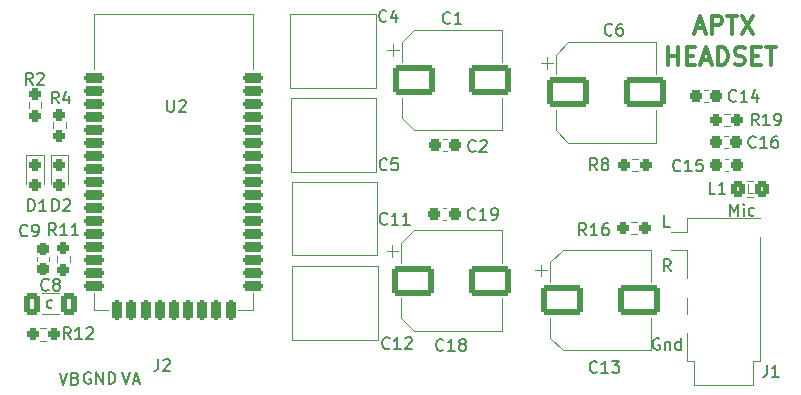
<source format=gto>
G04 #@! TF.GenerationSoftware,KiCad,Pcbnew,6.99.0-unknown-455e330f3b~148~ubuntu20.04.1*
G04 #@! TF.CreationDate,2022-04-21T17:09:55+05:30*
G04 #@! TF.ProjectId,aptx_headset,61707478-5f68-4656-9164-7365742e6b69,rev?*
G04 #@! TF.SameCoordinates,Original*
G04 #@! TF.FileFunction,Legend,Top*
G04 #@! TF.FilePolarity,Positive*
%FSLAX46Y46*%
G04 Gerber Fmt 4.6, Leading zero omitted, Abs format (unit mm)*
G04 Created by KiCad (PCBNEW 6.99.0-unknown-455e330f3b~148~ubuntu20.04.1) date 2022-04-21 17:09:55*
%MOMM*%
%LPD*%
G01*
G04 APERTURE LIST*
G04 Aperture macros list*
%AMRoundRect*
0 Rectangle with rounded corners*
0 $1 Rounding radius*
0 $2 $3 $4 $5 $6 $7 $8 $9 X,Y pos of 4 corners*
0 Add a 4 corners polygon primitive as box body*
4,1,4,$2,$3,$4,$5,$6,$7,$8,$9,$2,$3,0*
0 Add four circle primitives for the rounded corners*
1,1,$1+$1,$2,$3*
1,1,$1+$1,$4,$5*
1,1,$1+$1,$6,$7*
1,1,$1+$1,$8,$9*
0 Add four rect primitives between the rounded corners*
20,1,$1+$1,$2,$3,$4,$5,0*
20,1,$1+$1,$4,$5,$6,$7,0*
20,1,$1+$1,$6,$7,$8,$9,0*
20,1,$1+$1,$8,$9,$2,$3,0*%
G04 Aperture macros list end*
%ADD10C,0.150000*%
%ADD11C,0.300000*%
%ADD12C,0.120000*%
%ADD13R,1.700000X1.700000*%
%ADD14O,1.700000X1.700000*%
%ADD15RoundRect,0.200000X-0.650000X-0.200000X0.650000X-0.200000X0.650000X0.200000X-0.650000X0.200000X0*%
%ADD16RoundRect,0.200000X0.200000X-0.650000X0.200000X0.650000X-0.200000X0.650000X-0.200000X-0.650000X0*%
%ADD17RoundRect,0.200000X0.650000X0.200000X-0.650000X0.200000X-0.650000X-0.200000X0.650000X-0.200000X0*%
%ADD18C,1.500000*%
%ADD19R,2.500000X1.200000*%
%ADD20RoundRect,0.237500X-0.300000X-0.237500X0.300000X-0.237500X0.300000X0.237500X-0.300000X0.237500X0*%
%ADD21RoundRect,0.250000X-0.325000X-0.450000X0.325000X-0.450000X0.325000X0.450000X-0.325000X0.450000X0*%
%ADD22RoundRect,0.250000X-1.500000X-1.000000X1.500000X-1.000000X1.500000X1.000000X-1.500000X1.000000X0*%
%ADD23RoundRect,0.237500X0.237500X-0.250000X0.237500X0.250000X-0.237500X0.250000X-0.237500X-0.250000X0*%
%ADD24RoundRect,0.237500X-0.237500X0.287500X-0.237500X-0.287500X0.237500X-0.287500X0.237500X0.287500X0*%
%ADD25C,1.600000*%
%ADD26RoundRect,0.237500X-0.250000X-0.237500X0.250000X-0.237500X0.250000X0.237500X-0.250000X0.237500X0*%
%ADD27RoundRect,0.237500X0.237500X-0.300000X0.237500X0.300000X-0.237500X0.300000X-0.237500X-0.300000X0*%
%ADD28RoundRect,0.237500X0.300000X0.237500X-0.300000X0.237500X-0.300000X-0.237500X0.300000X-0.237500X0*%
%ADD29RoundRect,0.237500X-0.237500X0.250000X-0.237500X-0.250000X0.237500X-0.250000X0.237500X0.250000X0*%
%ADD30RoundRect,0.250000X-0.412500X-0.650000X0.412500X-0.650000X0.412500X0.650000X-0.412500X0.650000X0*%
%ADD31RoundRect,0.237500X0.250000X0.237500X-0.250000X0.237500X-0.250000X-0.237500X0.250000X-0.237500X0*%
G04 APERTURE END LIST*
D10*
X140457142Y-97050000D02*
X140361904Y-97002380D01*
X140361904Y-97002380D02*
X140219047Y-97002380D01*
X140219047Y-97002380D02*
X140076190Y-97050000D01*
X140076190Y-97050000D02*
X139980952Y-97145238D01*
X139980952Y-97145238D02*
X139933333Y-97240476D01*
X139933333Y-97240476D02*
X139885714Y-97430952D01*
X139885714Y-97430952D02*
X139885714Y-97573809D01*
X139885714Y-97573809D02*
X139933333Y-97764285D01*
X139933333Y-97764285D02*
X139980952Y-97859523D01*
X139980952Y-97859523D02*
X140076190Y-97954761D01*
X140076190Y-97954761D02*
X140219047Y-98002380D01*
X140219047Y-98002380D02*
X140314285Y-98002380D01*
X140314285Y-98002380D02*
X140457142Y-97954761D01*
X140457142Y-97954761D02*
X140504761Y-97907142D01*
X140504761Y-97907142D02*
X140504761Y-97573809D01*
X140504761Y-97573809D02*
X140314285Y-97573809D01*
X140933333Y-97335714D02*
X140933333Y-98002380D01*
X140933333Y-97430952D02*
X140980952Y-97383333D01*
X140980952Y-97383333D02*
X141076190Y-97335714D01*
X141076190Y-97335714D02*
X141219047Y-97335714D01*
X141219047Y-97335714D02*
X141314285Y-97383333D01*
X141314285Y-97383333D02*
X141361904Y-97478571D01*
X141361904Y-97478571D02*
X141361904Y-98002380D01*
X142266666Y-98002380D02*
X142266666Y-97002380D01*
X142266666Y-97954761D02*
X142171428Y-98002380D01*
X142171428Y-98002380D02*
X141980952Y-98002380D01*
X141980952Y-98002380D02*
X141885714Y-97954761D01*
X141885714Y-97954761D02*
X141838095Y-97907142D01*
X141838095Y-97907142D02*
X141790476Y-97811904D01*
X141790476Y-97811904D02*
X141790476Y-97526190D01*
X141790476Y-97526190D02*
X141838095Y-97430952D01*
X141838095Y-97430952D02*
X141885714Y-97383333D01*
X141885714Y-97383333D02*
X141980952Y-97335714D01*
X141980952Y-97335714D02*
X142171428Y-97335714D01*
X142171428Y-97335714D02*
X142266666Y-97383333D01*
X146450000Y-86652380D02*
X146450000Y-85652380D01*
X146450000Y-85652380D02*
X146783333Y-86366666D01*
X146783333Y-86366666D02*
X147116666Y-85652380D01*
X147116666Y-85652380D02*
X147116666Y-86652380D01*
X147592857Y-86652380D02*
X147592857Y-85985714D01*
X147592857Y-85652380D02*
X147545238Y-85700000D01*
X147545238Y-85700000D02*
X147592857Y-85747619D01*
X147592857Y-85747619D02*
X147640476Y-85700000D01*
X147640476Y-85700000D02*
X147592857Y-85652380D01*
X147592857Y-85652380D02*
X147592857Y-85747619D01*
X148497618Y-86604761D02*
X148402380Y-86652380D01*
X148402380Y-86652380D02*
X148211904Y-86652380D01*
X148211904Y-86652380D02*
X148116666Y-86604761D01*
X148116666Y-86604761D02*
X148069047Y-86557142D01*
X148069047Y-86557142D02*
X148021428Y-86461904D01*
X148021428Y-86461904D02*
X148021428Y-86176190D01*
X148021428Y-86176190D02*
X148069047Y-86080952D01*
X148069047Y-86080952D02*
X148116666Y-86033333D01*
X148116666Y-86033333D02*
X148211904Y-85985714D01*
X148211904Y-85985714D02*
X148402380Y-85985714D01*
X148402380Y-85985714D02*
X148497618Y-86033333D01*
X141359523Y-87602380D02*
X140883333Y-87602380D01*
X140883333Y-87602380D02*
X140883333Y-86602380D01*
X141409523Y-91352380D02*
X141076190Y-90876190D01*
X140838095Y-91352380D02*
X140838095Y-90352380D01*
X140838095Y-90352380D02*
X141219047Y-90352380D01*
X141219047Y-90352380D02*
X141314285Y-90400000D01*
X141314285Y-90400000D02*
X141361904Y-90447619D01*
X141361904Y-90447619D02*
X141409523Y-90542857D01*
X141409523Y-90542857D02*
X141409523Y-90685714D01*
X141409523Y-90685714D02*
X141361904Y-90780952D01*
X141361904Y-90780952D02*
X141314285Y-90828571D01*
X141314285Y-90828571D02*
X141219047Y-90876190D01*
X141219047Y-90876190D02*
X140838095Y-90876190D01*
X94988095Y-99902380D02*
X95321428Y-100902380D01*
X95321428Y-100902380D02*
X95654761Y-99902380D01*
X95940476Y-100616666D02*
X96416666Y-100616666D01*
X95845238Y-100902380D02*
X96178571Y-99902380D01*
X96178571Y-99902380D02*
X96511904Y-100902380D01*
X92288095Y-99950000D02*
X92192857Y-99902380D01*
X92192857Y-99902380D02*
X92050000Y-99902380D01*
X92050000Y-99902380D02*
X91907143Y-99950000D01*
X91907143Y-99950000D02*
X91811905Y-100045238D01*
X91811905Y-100045238D02*
X91764286Y-100140476D01*
X91764286Y-100140476D02*
X91716667Y-100330952D01*
X91716667Y-100330952D02*
X91716667Y-100473809D01*
X91716667Y-100473809D02*
X91764286Y-100664285D01*
X91764286Y-100664285D02*
X91811905Y-100759523D01*
X91811905Y-100759523D02*
X91907143Y-100854761D01*
X91907143Y-100854761D02*
X92050000Y-100902380D01*
X92050000Y-100902380D02*
X92145238Y-100902380D01*
X92145238Y-100902380D02*
X92288095Y-100854761D01*
X92288095Y-100854761D02*
X92335714Y-100807142D01*
X92335714Y-100807142D02*
X92335714Y-100473809D01*
X92335714Y-100473809D02*
X92145238Y-100473809D01*
X92764286Y-100902380D02*
X92764286Y-99902380D01*
X92764286Y-99902380D02*
X93335714Y-100902380D01*
X93335714Y-100902380D02*
X93335714Y-99902380D01*
X93811905Y-100902380D02*
X93811905Y-99902380D01*
X93811905Y-99902380D02*
X94050000Y-99902380D01*
X94050000Y-99902380D02*
X94192857Y-99950000D01*
X94192857Y-99950000D02*
X94288095Y-100045238D01*
X94288095Y-100045238D02*
X94335714Y-100140476D01*
X94335714Y-100140476D02*
X94383333Y-100330952D01*
X94383333Y-100330952D02*
X94383333Y-100473809D01*
X94383333Y-100473809D02*
X94335714Y-100664285D01*
X94335714Y-100664285D02*
X94288095Y-100759523D01*
X94288095Y-100759523D02*
X94192857Y-100854761D01*
X94192857Y-100854761D02*
X94050000Y-100902380D01*
X94050000Y-100902380D02*
X93811905Y-100902380D01*
X89666667Y-99952380D02*
X90000000Y-100952380D01*
X90000000Y-100952380D02*
X90333333Y-99952380D01*
X91000000Y-100428571D02*
X91142857Y-100476190D01*
X91142857Y-100476190D02*
X91190476Y-100523809D01*
X91190476Y-100523809D02*
X91238095Y-100619047D01*
X91238095Y-100619047D02*
X91238095Y-100761904D01*
X91238095Y-100761904D02*
X91190476Y-100857142D01*
X91190476Y-100857142D02*
X91142857Y-100904761D01*
X91142857Y-100904761D02*
X91047619Y-100952380D01*
X91047619Y-100952380D02*
X90666667Y-100952380D01*
X90666667Y-100952380D02*
X90666667Y-99952380D01*
X90666667Y-99952380D02*
X91000000Y-99952380D01*
X91000000Y-99952380D02*
X91095238Y-100000000D01*
X91095238Y-100000000D02*
X91142857Y-100047619D01*
X91142857Y-100047619D02*
X91190476Y-100142857D01*
X91190476Y-100142857D02*
X91190476Y-100238095D01*
X91190476Y-100238095D02*
X91142857Y-100333333D01*
X91142857Y-100333333D02*
X91095238Y-100380952D01*
X91095238Y-100380952D02*
X91000000Y-100428571D01*
X91000000Y-100428571D02*
X90666667Y-100428571D01*
D11*
X141185714Y-73878571D02*
X141185714Y-72378571D01*
X141185714Y-73092857D02*
X142042857Y-73092857D01*
X142042857Y-73878571D02*
X142042857Y-72378571D01*
X142757143Y-73092857D02*
X143257143Y-73092857D01*
X143471429Y-73878571D02*
X142757143Y-73878571D01*
X142757143Y-73878571D02*
X142757143Y-72378571D01*
X142757143Y-72378571D02*
X143471429Y-72378571D01*
X144042858Y-73450000D02*
X144757144Y-73450000D01*
X143900001Y-73878571D02*
X144400001Y-72378571D01*
X144400001Y-72378571D02*
X144900001Y-73878571D01*
X145400000Y-73878571D02*
X145400000Y-72378571D01*
X145400000Y-72378571D02*
X145757143Y-72378571D01*
X145757143Y-72378571D02*
X145971429Y-72450000D01*
X145971429Y-72450000D02*
X146114286Y-72592857D01*
X146114286Y-72592857D02*
X146185715Y-72735714D01*
X146185715Y-72735714D02*
X146257143Y-73021428D01*
X146257143Y-73021428D02*
X146257143Y-73235714D01*
X146257143Y-73235714D02*
X146185715Y-73521428D01*
X146185715Y-73521428D02*
X146114286Y-73664285D01*
X146114286Y-73664285D02*
X145971429Y-73807142D01*
X145971429Y-73807142D02*
X145757143Y-73878571D01*
X145757143Y-73878571D02*
X145400000Y-73878571D01*
X146828572Y-73807142D02*
X147042858Y-73878571D01*
X147042858Y-73878571D02*
X147400000Y-73878571D01*
X147400000Y-73878571D02*
X147542858Y-73807142D01*
X147542858Y-73807142D02*
X147614286Y-73735714D01*
X147614286Y-73735714D02*
X147685715Y-73592857D01*
X147685715Y-73592857D02*
X147685715Y-73450000D01*
X147685715Y-73450000D02*
X147614286Y-73307142D01*
X147614286Y-73307142D02*
X147542858Y-73235714D01*
X147542858Y-73235714D02*
X147400000Y-73164285D01*
X147400000Y-73164285D02*
X147114286Y-73092857D01*
X147114286Y-73092857D02*
X146971429Y-73021428D01*
X146971429Y-73021428D02*
X146900000Y-72950000D01*
X146900000Y-72950000D02*
X146828572Y-72807142D01*
X146828572Y-72807142D02*
X146828572Y-72664285D01*
X146828572Y-72664285D02*
X146900000Y-72521428D01*
X146900000Y-72521428D02*
X146971429Y-72450000D01*
X146971429Y-72450000D02*
X147114286Y-72378571D01*
X147114286Y-72378571D02*
X147471429Y-72378571D01*
X147471429Y-72378571D02*
X147685715Y-72450000D01*
X148328571Y-73092857D02*
X148828571Y-73092857D01*
X149042857Y-73878571D02*
X148328571Y-73878571D01*
X148328571Y-73878571D02*
X148328571Y-72378571D01*
X148328571Y-72378571D02*
X149042857Y-72378571D01*
X149471429Y-72378571D02*
X150328572Y-72378571D01*
X149900000Y-73878571D02*
X149900000Y-72378571D01*
X143557143Y-70800000D02*
X144271429Y-70800000D01*
X143414286Y-71228571D02*
X143914286Y-69728571D01*
X143914286Y-69728571D02*
X144414286Y-71228571D01*
X144914285Y-71228571D02*
X144914285Y-69728571D01*
X144914285Y-69728571D02*
X145485714Y-69728571D01*
X145485714Y-69728571D02*
X145628571Y-69800000D01*
X145628571Y-69800000D02*
X145700000Y-69871428D01*
X145700000Y-69871428D02*
X145771428Y-70014285D01*
X145771428Y-70014285D02*
X145771428Y-70228571D01*
X145771428Y-70228571D02*
X145700000Y-70371428D01*
X145700000Y-70371428D02*
X145628571Y-70442857D01*
X145628571Y-70442857D02*
X145485714Y-70514285D01*
X145485714Y-70514285D02*
X144914285Y-70514285D01*
X146200000Y-69728571D02*
X147057143Y-69728571D01*
X146628571Y-71228571D02*
X146628571Y-69728571D01*
X147414285Y-69728571D02*
X148414285Y-71228571D01*
X148414285Y-69728571D02*
X147414285Y-71228571D01*
D10*
X98016666Y-98802380D02*
X98016666Y-99516666D01*
X98016666Y-99516666D02*
X97969047Y-99659523D01*
X97969047Y-99659523D02*
X97873809Y-99754761D01*
X97873809Y-99754761D02*
X97730952Y-99802380D01*
X97730952Y-99802380D02*
X97635714Y-99802380D01*
X98445238Y-98897619D02*
X98492857Y-98850000D01*
X98492857Y-98850000D02*
X98588095Y-98802380D01*
X98588095Y-98802380D02*
X98826190Y-98802380D01*
X98826190Y-98802380D02*
X98921428Y-98850000D01*
X98921428Y-98850000D02*
X98969047Y-98897619D01*
X98969047Y-98897619D02*
X99016666Y-98992857D01*
X99016666Y-98992857D02*
X99016666Y-99088095D01*
X99016666Y-99088095D02*
X98969047Y-99230952D01*
X98969047Y-99230952D02*
X98397619Y-99802380D01*
X98397619Y-99802380D02*
X99016666Y-99802380D01*
X98788095Y-76852380D02*
X98788095Y-77661904D01*
X98788095Y-77661904D02*
X98835714Y-77757142D01*
X98835714Y-77757142D02*
X98883333Y-77804761D01*
X98883333Y-77804761D02*
X98978571Y-77852380D01*
X98978571Y-77852380D02*
X99169047Y-77852380D01*
X99169047Y-77852380D02*
X99264285Y-77804761D01*
X99264285Y-77804761D02*
X99311904Y-77757142D01*
X99311904Y-77757142D02*
X99359523Y-77661904D01*
X99359523Y-77661904D02*
X99359523Y-76852380D01*
X99788095Y-76947619D02*
X99835714Y-76900000D01*
X99835714Y-76900000D02*
X99930952Y-76852380D01*
X99930952Y-76852380D02*
X100169047Y-76852380D01*
X100169047Y-76852380D02*
X100264285Y-76900000D01*
X100264285Y-76900000D02*
X100311904Y-76947619D01*
X100311904Y-76947619D02*
X100359523Y-77042857D01*
X100359523Y-77042857D02*
X100359523Y-77138095D01*
X100359523Y-77138095D02*
X100311904Y-77280952D01*
X100311904Y-77280952D02*
X99740476Y-77852380D01*
X99740476Y-77852380D02*
X100359523Y-77852380D01*
X149566666Y-99302380D02*
X149566666Y-100016666D01*
X149566666Y-100016666D02*
X149519047Y-100159523D01*
X149519047Y-100159523D02*
X149423809Y-100254761D01*
X149423809Y-100254761D02*
X149280952Y-100302380D01*
X149280952Y-100302380D02*
X149185714Y-100302380D01*
X150566666Y-100302380D02*
X149995238Y-100302380D01*
X150280952Y-100302380D02*
X150280952Y-99302380D01*
X150280952Y-99302380D02*
X150185714Y-99445238D01*
X150185714Y-99445238D02*
X150090476Y-99540476D01*
X150090476Y-99540476D02*
X149995238Y-99588095D01*
X124857142Y-86907142D02*
X124809523Y-86954761D01*
X124809523Y-86954761D02*
X124666666Y-87002380D01*
X124666666Y-87002380D02*
X124571428Y-87002380D01*
X124571428Y-87002380D02*
X124428571Y-86954761D01*
X124428571Y-86954761D02*
X124333333Y-86859523D01*
X124333333Y-86859523D02*
X124285714Y-86764285D01*
X124285714Y-86764285D02*
X124238095Y-86573809D01*
X124238095Y-86573809D02*
X124238095Y-86430952D01*
X124238095Y-86430952D02*
X124285714Y-86240476D01*
X124285714Y-86240476D02*
X124333333Y-86145238D01*
X124333333Y-86145238D02*
X124428571Y-86050000D01*
X124428571Y-86050000D02*
X124571428Y-86002380D01*
X124571428Y-86002380D02*
X124666666Y-86002380D01*
X124666666Y-86002380D02*
X124809523Y-86050000D01*
X124809523Y-86050000D02*
X124857142Y-86097619D01*
X125809523Y-87002380D02*
X125238095Y-87002380D01*
X125523809Y-87002380D02*
X125523809Y-86002380D01*
X125523809Y-86002380D02*
X125428571Y-86145238D01*
X125428571Y-86145238D02*
X125333333Y-86240476D01*
X125333333Y-86240476D02*
X125238095Y-86288095D01*
X126285714Y-87002380D02*
X126476190Y-87002380D01*
X126476190Y-87002380D02*
X126571428Y-86954761D01*
X126571428Y-86954761D02*
X126619047Y-86907142D01*
X126619047Y-86907142D02*
X126714285Y-86764285D01*
X126714285Y-86764285D02*
X126761904Y-86573809D01*
X126761904Y-86573809D02*
X126761904Y-86192857D01*
X126761904Y-86192857D02*
X126714285Y-86097619D01*
X126714285Y-86097619D02*
X126666666Y-86050000D01*
X126666666Y-86050000D02*
X126571428Y-86002380D01*
X126571428Y-86002380D02*
X126380952Y-86002380D01*
X126380952Y-86002380D02*
X126285714Y-86050000D01*
X126285714Y-86050000D02*
X126238095Y-86097619D01*
X126238095Y-86097619D02*
X126190476Y-86192857D01*
X126190476Y-86192857D02*
X126190476Y-86430952D01*
X126190476Y-86430952D02*
X126238095Y-86526190D01*
X126238095Y-86526190D02*
X126285714Y-86573809D01*
X126285714Y-86573809D02*
X126380952Y-86621428D01*
X126380952Y-86621428D02*
X126571428Y-86621428D01*
X126571428Y-86621428D02*
X126666666Y-86573809D01*
X126666666Y-86573809D02*
X126714285Y-86526190D01*
X126714285Y-86526190D02*
X126761904Y-86430952D01*
X145183333Y-84802380D02*
X144707143Y-84802380D01*
X144707143Y-84802380D02*
X144707143Y-83802380D01*
X146040476Y-84802380D02*
X145469048Y-84802380D01*
X145754762Y-84802380D02*
X145754762Y-83802380D01*
X145754762Y-83802380D02*
X145659524Y-83945238D01*
X145659524Y-83945238D02*
X145564286Y-84040476D01*
X145564286Y-84040476D02*
X145469048Y-84088095D01*
X136433333Y-71307142D02*
X136385714Y-71354761D01*
X136385714Y-71354761D02*
X136242857Y-71402380D01*
X136242857Y-71402380D02*
X136147619Y-71402380D01*
X136147619Y-71402380D02*
X136004762Y-71354761D01*
X136004762Y-71354761D02*
X135909524Y-71259523D01*
X135909524Y-71259523D02*
X135861905Y-71164285D01*
X135861905Y-71164285D02*
X135814286Y-70973809D01*
X135814286Y-70973809D02*
X135814286Y-70830952D01*
X135814286Y-70830952D02*
X135861905Y-70640476D01*
X135861905Y-70640476D02*
X135909524Y-70545238D01*
X135909524Y-70545238D02*
X136004762Y-70450000D01*
X136004762Y-70450000D02*
X136147619Y-70402380D01*
X136147619Y-70402380D02*
X136242857Y-70402380D01*
X136242857Y-70402380D02*
X136385714Y-70450000D01*
X136385714Y-70450000D02*
X136433333Y-70497619D01*
X137290476Y-70402380D02*
X137100000Y-70402380D01*
X137100000Y-70402380D02*
X137004762Y-70450000D01*
X137004762Y-70450000D02*
X136957143Y-70497619D01*
X136957143Y-70497619D02*
X136861905Y-70640476D01*
X136861905Y-70640476D02*
X136814286Y-70830952D01*
X136814286Y-70830952D02*
X136814286Y-71211904D01*
X136814286Y-71211904D02*
X136861905Y-71307142D01*
X136861905Y-71307142D02*
X136909524Y-71354761D01*
X136909524Y-71354761D02*
X137004762Y-71402380D01*
X137004762Y-71402380D02*
X137195238Y-71402380D01*
X137195238Y-71402380D02*
X137290476Y-71354761D01*
X137290476Y-71354761D02*
X137338095Y-71307142D01*
X137338095Y-71307142D02*
X137385714Y-71211904D01*
X137385714Y-71211904D02*
X137385714Y-70973809D01*
X137385714Y-70973809D02*
X137338095Y-70878571D01*
X137338095Y-70878571D02*
X137290476Y-70830952D01*
X137290476Y-70830952D02*
X137195238Y-70783333D01*
X137195238Y-70783333D02*
X137004762Y-70783333D01*
X137004762Y-70783333D02*
X136909524Y-70830952D01*
X136909524Y-70830952D02*
X136861905Y-70878571D01*
X136861905Y-70878571D02*
X136814286Y-70973809D01*
X89583333Y-77152380D02*
X89250000Y-76676190D01*
X89011905Y-77152380D02*
X89011905Y-76152380D01*
X89011905Y-76152380D02*
X89392857Y-76152380D01*
X89392857Y-76152380D02*
X89488095Y-76200000D01*
X89488095Y-76200000D02*
X89535714Y-76247619D01*
X89535714Y-76247619D02*
X89583333Y-76342857D01*
X89583333Y-76342857D02*
X89583333Y-76485714D01*
X89583333Y-76485714D02*
X89535714Y-76580952D01*
X89535714Y-76580952D02*
X89488095Y-76628571D01*
X89488095Y-76628571D02*
X89392857Y-76676190D01*
X89392857Y-76676190D02*
X89011905Y-76676190D01*
X90440476Y-76485714D02*
X90440476Y-77152380D01*
X90202381Y-76104761D02*
X89964286Y-76819047D01*
X89964286Y-76819047D02*
X90583333Y-76819047D01*
X87011905Y-86252380D02*
X87011905Y-85252380D01*
X87011905Y-85252380D02*
X87250000Y-85252380D01*
X87250000Y-85252380D02*
X87392857Y-85300000D01*
X87392857Y-85300000D02*
X87488095Y-85395238D01*
X87488095Y-85395238D02*
X87535714Y-85490476D01*
X87535714Y-85490476D02*
X87583333Y-85680952D01*
X87583333Y-85680952D02*
X87583333Y-85823809D01*
X87583333Y-85823809D02*
X87535714Y-86014285D01*
X87535714Y-86014285D02*
X87488095Y-86109523D01*
X87488095Y-86109523D02*
X87392857Y-86204761D01*
X87392857Y-86204761D02*
X87250000Y-86252380D01*
X87250000Y-86252380D02*
X87011905Y-86252380D01*
X88535714Y-86252380D02*
X87964286Y-86252380D01*
X88250000Y-86252380D02*
X88250000Y-85252380D01*
X88250000Y-85252380D02*
X88154762Y-85395238D01*
X88154762Y-85395238D02*
X88059524Y-85490476D01*
X88059524Y-85490476D02*
X87964286Y-85538095D01*
X124883333Y-81157142D02*
X124835714Y-81204761D01*
X124835714Y-81204761D02*
X124692857Y-81252380D01*
X124692857Y-81252380D02*
X124597619Y-81252380D01*
X124597619Y-81252380D02*
X124454762Y-81204761D01*
X124454762Y-81204761D02*
X124359524Y-81109523D01*
X124359524Y-81109523D02*
X124311905Y-81014285D01*
X124311905Y-81014285D02*
X124264286Y-80823809D01*
X124264286Y-80823809D02*
X124264286Y-80680952D01*
X124264286Y-80680952D02*
X124311905Y-80490476D01*
X124311905Y-80490476D02*
X124359524Y-80395238D01*
X124359524Y-80395238D02*
X124454762Y-80300000D01*
X124454762Y-80300000D02*
X124597619Y-80252380D01*
X124597619Y-80252380D02*
X124692857Y-80252380D01*
X124692857Y-80252380D02*
X124835714Y-80300000D01*
X124835714Y-80300000D02*
X124883333Y-80347619D01*
X125264286Y-80347619D02*
X125311905Y-80300000D01*
X125311905Y-80300000D02*
X125407143Y-80252380D01*
X125407143Y-80252380D02*
X125645238Y-80252380D01*
X125645238Y-80252380D02*
X125740476Y-80300000D01*
X125740476Y-80300000D02*
X125788095Y-80347619D01*
X125788095Y-80347619D02*
X125835714Y-80442857D01*
X125835714Y-80442857D02*
X125835714Y-80538095D01*
X125835714Y-80538095D02*
X125788095Y-80680952D01*
X125788095Y-80680952D02*
X125216667Y-81252380D01*
X125216667Y-81252380D02*
X125835714Y-81252380D01*
X117333333Y-70157142D02*
X117285714Y-70204761D01*
X117285714Y-70204761D02*
X117142857Y-70252380D01*
X117142857Y-70252380D02*
X117047619Y-70252380D01*
X117047619Y-70252380D02*
X116904762Y-70204761D01*
X116904762Y-70204761D02*
X116809524Y-70109523D01*
X116809524Y-70109523D02*
X116761905Y-70014285D01*
X116761905Y-70014285D02*
X116714286Y-69823809D01*
X116714286Y-69823809D02*
X116714286Y-69680952D01*
X116714286Y-69680952D02*
X116761905Y-69490476D01*
X116761905Y-69490476D02*
X116809524Y-69395238D01*
X116809524Y-69395238D02*
X116904762Y-69300000D01*
X116904762Y-69300000D02*
X117047619Y-69252380D01*
X117047619Y-69252380D02*
X117142857Y-69252380D01*
X117142857Y-69252380D02*
X117285714Y-69300000D01*
X117285714Y-69300000D02*
X117333333Y-69347619D01*
X118190476Y-69585714D02*
X118190476Y-70252380D01*
X117952381Y-69204761D02*
X117714286Y-69919047D01*
X117714286Y-69919047D02*
X118333333Y-69919047D01*
X122733333Y-70307142D02*
X122685714Y-70354761D01*
X122685714Y-70354761D02*
X122542857Y-70402380D01*
X122542857Y-70402380D02*
X122447619Y-70402380D01*
X122447619Y-70402380D02*
X122304762Y-70354761D01*
X122304762Y-70354761D02*
X122209524Y-70259523D01*
X122209524Y-70259523D02*
X122161905Y-70164285D01*
X122161905Y-70164285D02*
X122114286Y-69973809D01*
X122114286Y-69973809D02*
X122114286Y-69830952D01*
X122114286Y-69830952D02*
X122161905Y-69640476D01*
X122161905Y-69640476D02*
X122209524Y-69545238D01*
X122209524Y-69545238D02*
X122304762Y-69450000D01*
X122304762Y-69450000D02*
X122447619Y-69402380D01*
X122447619Y-69402380D02*
X122542857Y-69402380D01*
X122542857Y-69402380D02*
X122685714Y-69450000D01*
X122685714Y-69450000D02*
X122733333Y-69497619D01*
X123685714Y-70402380D02*
X123114286Y-70402380D01*
X123400000Y-70402380D02*
X123400000Y-69402380D01*
X123400000Y-69402380D02*
X123304762Y-69545238D01*
X123304762Y-69545238D02*
X123209524Y-69640476D01*
X123209524Y-69640476D02*
X123114286Y-69688095D01*
X135157142Y-99857142D02*
X135109523Y-99904761D01*
X135109523Y-99904761D02*
X134966666Y-99952380D01*
X134966666Y-99952380D02*
X134871428Y-99952380D01*
X134871428Y-99952380D02*
X134728571Y-99904761D01*
X134728571Y-99904761D02*
X134633333Y-99809523D01*
X134633333Y-99809523D02*
X134585714Y-99714285D01*
X134585714Y-99714285D02*
X134538095Y-99523809D01*
X134538095Y-99523809D02*
X134538095Y-99380952D01*
X134538095Y-99380952D02*
X134585714Y-99190476D01*
X134585714Y-99190476D02*
X134633333Y-99095238D01*
X134633333Y-99095238D02*
X134728571Y-99000000D01*
X134728571Y-99000000D02*
X134871428Y-98952380D01*
X134871428Y-98952380D02*
X134966666Y-98952380D01*
X134966666Y-98952380D02*
X135109523Y-99000000D01*
X135109523Y-99000000D02*
X135157142Y-99047619D01*
X136109523Y-99952380D02*
X135538095Y-99952380D01*
X135823809Y-99952380D02*
X135823809Y-98952380D01*
X135823809Y-98952380D02*
X135728571Y-99095238D01*
X135728571Y-99095238D02*
X135633333Y-99190476D01*
X135633333Y-99190476D02*
X135538095Y-99238095D01*
X136442857Y-98952380D02*
X137061904Y-98952380D01*
X137061904Y-98952380D02*
X136728571Y-99333333D01*
X136728571Y-99333333D02*
X136871428Y-99333333D01*
X136871428Y-99333333D02*
X136966666Y-99380952D01*
X136966666Y-99380952D02*
X137014285Y-99428571D01*
X137014285Y-99428571D02*
X137061904Y-99523809D01*
X137061904Y-99523809D02*
X137061904Y-99761904D01*
X137061904Y-99761904D02*
X137014285Y-99857142D01*
X137014285Y-99857142D02*
X136966666Y-99904761D01*
X136966666Y-99904761D02*
X136871428Y-99952380D01*
X136871428Y-99952380D02*
X136585714Y-99952380D01*
X136585714Y-99952380D02*
X136490476Y-99904761D01*
X136490476Y-99904761D02*
X136442857Y-99857142D01*
X87383333Y-75552380D02*
X87050000Y-75076190D01*
X86811905Y-75552380D02*
X86811905Y-74552380D01*
X86811905Y-74552380D02*
X87192857Y-74552380D01*
X87192857Y-74552380D02*
X87288095Y-74600000D01*
X87288095Y-74600000D02*
X87335714Y-74647619D01*
X87335714Y-74647619D02*
X87383333Y-74742857D01*
X87383333Y-74742857D02*
X87383333Y-74885714D01*
X87383333Y-74885714D02*
X87335714Y-74980952D01*
X87335714Y-74980952D02*
X87288095Y-75028571D01*
X87288095Y-75028571D02*
X87192857Y-75076190D01*
X87192857Y-75076190D02*
X86811905Y-75076190D01*
X87764286Y-74647619D02*
X87811905Y-74600000D01*
X87811905Y-74600000D02*
X87907143Y-74552380D01*
X87907143Y-74552380D02*
X88145238Y-74552380D01*
X88145238Y-74552380D02*
X88240476Y-74600000D01*
X88240476Y-74600000D02*
X88288095Y-74647619D01*
X88288095Y-74647619D02*
X88335714Y-74742857D01*
X88335714Y-74742857D02*
X88335714Y-74838095D01*
X88335714Y-74838095D02*
X88288095Y-74980952D01*
X88288095Y-74980952D02*
X87716667Y-75552380D01*
X87716667Y-75552380D02*
X88335714Y-75552380D01*
X148844642Y-79002380D02*
X148511309Y-78526190D01*
X148273214Y-79002380D02*
X148273214Y-78002380D01*
X148273214Y-78002380D02*
X148654166Y-78002380D01*
X148654166Y-78002380D02*
X148749404Y-78050000D01*
X148749404Y-78050000D02*
X148797023Y-78097619D01*
X148797023Y-78097619D02*
X148844642Y-78192857D01*
X148844642Y-78192857D02*
X148844642Y-78335714D01*
X148844642Y-78335714D02*
X148797023Y-78430952D01*
X148797023Y-78430952D02*
X148749404Y-78478571D01*
X148749404Y-78478571D02*
X148654166Y-78526190D01*
X148654166Y-78526190D02*
X148273214Y-78526190D01*
X149797023Y-79002380D02*
X149225595Y-79002380D01*
X149511309Y-79002380D02*
X149511309Y-78002380D01*
X149511309Y-78002380D02*
X149416071Y-78145238D01*
X149416071Y-78145238D02*
X149320833Y-78240476D01*
X149320833Y-78240476D02*
X149225595Y-78288095D01*
X150273214Y-79002380D02*
X150463690Y-79002380D01*
X150463690Y-79002380D02*
X150558928Y-78954761D01*
X150558928Y-78954761D02*
X150606547Y-78907142D01*
X150606547Y-78907142D02*
X150701785Y-78764285D01*
X150701785Y-78764285D02*
X150749404Y-78573809D01*
X150749404Y-78573809D02*
X150749404Y-78192857D01*
X150749404Y-78192857D02*
X150701785Y-78097619D01*
X150701785Y-78097619D02*
X150654166Y-78050000D01*
X150654166Y-78050000D02*
X150558928Y-78002380D01*
X150558928Y-78002380D02*
X150368452Y-78002380D01*
X150368452Y-78002380D02*
X150273214Y-78050000D01*
X150273214Y-78050000D02*
X150225595Y-78097619D01*
X150225595Y-78097619D02*
X150177976Y-78192857D01*
X150177976Y-78192857D02*
X150177976Y-78430952D01*
X150177976Y-78430952D02*
X150225595Y-78526190D01*
X150225595Y-78526190D02*
X150273214Y-78573809D01*
X150273214Y-78573809D02*
X150368452Y-78621428D01*
X150368452Y-78621428D02*
X150558928Y-78621428D01*
X150558928Y-78621428D02*
X150654166Y-78573809D01*
X150654166Y-78573809D02*
X150701785Y-78526190D01*
X150701785Y-78526190D02*
X150749404Y-78430952D01*
X86933333Y-88307142D02*
X86885714Y-88354761D01*
X86885714Y-88354761D02*
X86742857Y-88402380D01*
X86742857Y-88402380D02*
X86647619Y-88402380D01*
X86647619Y-88402380D02*
X86504762Y-88354761D01*
X86504762Y-88354761D02*
X86409524Y-88259523D01*
X86409524Y-88259523D02*
X86361905Y-88164285D01*
X86361905Y-88164285D02*
X86314286Y-87973809D01*
X86314286Y-87973809D02*
X86314286Y-87830952D01*
X86314286Y-87830952D02*
X86361905Y-87640476D01*
X86361905Y-87640476D02*
X86409524Y-87545238D01*
X86409524Y-87545238D02*
X86504762Y-87450000D01*
X86504762Y-87450000D02*
X86647619Y-87402380D01*
X86647619Y-87402380D02*
X86742857Y-87402380D01*
X86742857Y-87402380D02*
X86885714Y-87450000D01*
X86885714Y-87450000D02*
X86933333Y-87497619D01*
X87409524Y-88402380D02*
X87600000Y-88402380D01*
X87600000Y-88402380D02*
X87695238Y-88354761D01*
X87695238Y-88354761D02*
X87742857Y-88307142D01*
X87742857Y-88307142D02*
X87838095Y-88164285D01*
X87838095Y-88164285D02*
X87885714Y-87973809D01*
X87885714Y-87973809D02*
X87885714Y-87592857D01*
X87885714Y-87592857D02*
X87838095Y-87497619D01*
X87838095Y-87497619D02*
X87790476Y-87450000D01*
X87790476Y-87450000D02*
X87695238Y-87402380D01*
X87695238Y-87402380D02*
X87504762Y-87402380D01*
X87504762Y-87402380D02*
X87409524Y-87450000D01*
X87409524Y-87450000D02*
X87361905Y-87497619D01*
X87361905Y-87497619D02*
X87314286Y-87592857D01*
X87314286Y-87592857D02*
X87314286Y-87830952D01*
X87314286Y-87830952D02*
X87361905Y-87926190D01*
X87361905Y-87926190D02*
X87409524Y-87973809D01*
X87409524Y-87973809D02*
X87504762Y-88021428D01*
X87504762Y-88021428D02*
X87695238Y-88021428D01*
X87695238Y-88021428D02*
X87790476Y-87973809D01*
X87790476Y-87973809D02*
X87838095Y-87926190D01*
X87838095Y-87926190D02*
X87885714Y-87830952D01*
X117383333Y-82707142D02*
X117335714Y-82754761D01*
X117335714Y-82754761D02*
X117192857Y-82802380D01*
X117192857Y-82802380D02*
X117097619Y-82802380D01*
X117097619Y-82802380D02*
X116954762Y-82754761D01*
X116954762Y-82754761D02*
X116859524Y-82659523D01*
X116859524Y-82659523D02*
X116811905Y-82564285D01*
X116811905Y-82564285D02*
X116764286Y-82373809D01*
X116764286Y-82373809D02*
X116764286Y-82230952D01*
X116764286Y-82230952D02*
X116811905Y-82040476D01*
X116811905Y-82040476D02*
X116859524Y-81945238D01*
X116859524Y-81945238D02*
X116954762Y-81850000D01*
X116954762Y-81850000D02*
X117097619Y-81802380D01*
X117097619Y-81802380D02*
X117192857Y-81802380D01*
X117192857Y-81802380D02*
X117335714Y-81850000D01*
X117335714Y-81850000D02*
X117383333Y-81897619D01*
X118288095Y-81802380D02*
X117811905Y-81802380D01*
X117811905Y-81802380D02*
X117764286Y-82278571D01*
X117764286Y-82278571D02*
X117811905Y-82230952D01*
X117811905Y-82230952D02*
X117907143Y-82183333D01*
X117907143Y-82183333D02*
X118145238Y-82183333D01*
X118145238Y-82183333D02*
X118240476Y-82230952D01*
X118240476Y-82230952D02*
X118288095Y-82278571D01*
X118288095Y-82278571D02*
X118335714Y-82373809D01*
X118335714Y-82373809D02*
X118335714Y-82611904D01*
X118335714Y-82611904D02*
X118288095Y-82707142D01*
X118288095Y-82707142D02*
X118240476Y-82754761D01*
X118240476Y-82754761D02*
X118145238Y-82802380D01*
X118145238Y-82802380D02*
X117907143Y-82802380D01*
X117907143Y-82802380D02*
X117811905Y-82754761D01*
X117811905Y-82754761D02*
X117764286Y-82707142D01*
X146944642Y-76907142D02*
X146897023Y-76954761D01*
X146897023Y-76954761D02*
X146754166Y-77002380D01*
X146754166Y-77002380D02*
X146658928Y-77002380D01*
X146658928Y-77002380D02*
X146516071Y-76954761D01*
X146516071Y-76954761D02*
X146420833Y-76859523D01*
X146420833Y-76859523D02*
X146373214Y-76764285D01*
X146373214Y-76764285D02*
X146325595Y-76573809D01*
X146325595Y-76573809D02*
X146325595Y-76430952D01*
X146325595Y-76430952D02*
X146373214Y-76240476D01*
X146373214Y-76240476D02*
X146420833Y-76145238D01*
X146420833Y-76145238D02*
X146516071Y-76050000D01*
X146516071Y-76050000D02*
X146658928Y-76002380D01*
X146658928Y-76002380D02*
X146754166Y-76002380D01*
X146754166Y-76002380D02*
X146897023Y-76050000D01*
X146897023Y-76050000D02*
X146944642Y-76097619D01*
X147897023Y-77002380D02*
X147325595Y-77002380D01*
X147611309Y-77002380D02*
X147611309Y-76002380D01*
X147611309Y-76002380D02*
X147516071Y-76145238D01*
X147516071Y-76145238D02*
X147420833Y-76240476D01*
X147420833Y-76240476D02*
X147325595Y-76288095D01*
X148754166Y-76335714D02*
X148754166Y-77002380D01*
X148516071Y-75954761D02*
X148277976Y-76669047D01*
X148277976Y-76669047D02*
X148897023Y-76669047D01*
X148607142Y-80807142D02*
X148559523Y-80854761D01*
X148559523Y-80854761D02*
X148416666Y-80902380D01*
X148416666Y-80902380D02*
X148321428Y-80902380D01*
X148321428Y-80902380D02*
X148178571Y-80854761D01*
X148178571Y-80854761D02*
X148083333Y-80759523D01*
X148083333Y-80759523D02*
X148035714Y-80664285D01*
X148035714Y-80664285D02*
X147988095Y-80473809D01*
X147988095Y-80473809D02*
X147988095Y-80330952D01*
X147988095Y-80330952D02*
X148035714Y-80140476D01*
X148035714Y-80140476D02*
X148083333Y-80045238D01*
X148083333Y-80045238D02*
X148178571Y-79950000D01*
X148178571Y-79950000D02*
X148321428Y-79902380D01*
X148321428Y-79902380D02*
X148416666Y-79902380D01*
X148416666Y-79902380D02*
X148559523Y-79950000D01*
X148559523Y-79950000D02*
X148607142Y-79997619D01*
X149559523Y-80902380D02*
X148988095Y-80902380D01*
X149273809Y-80902380D02*
X149273809Y-79902380D01*
X149273809Y-79902380D02*
X149178571Y-80045238D01*
X149178571Y-80045238D02*
X149083333Y-80140476D01*
X149083333Y-80140476D02*
X148988095Y-80188095D01*
X150416666Y-79902380D02*
X150226190Y-79902380D01*
X150226190Y-79902380D02*
X150130952Y-79950000D01*
X150130952Y-79950000D02*
X150083333Y-79997619D01*
X150083333Y-79997619D02*
X149988095Y-80140476D01*
X149988095Y-80140476D02*
X149940476Y-80330952D01*
X149940476Y-80330952D02*
X149940476Y-80711904D01*
X149940476Y-80711904D02*
X149988095Y-80807142D01*
X149988095Y-80807142D02*
X150035714Y-80854761D01*
X150035714Y-80854761D02*
X150130952Y-80902380D01*
X150130952Y-80902380D02*
X150321428Y-80902380D01*
X150321428Y-80902380D02*
X150416666Y-80854761D01*
X150416666Y-80854761D02*
X150464285Y-80807142D01*
X150464285Y-80807142D02*
X150511904Y-80711904D01*
X150511904Y-80711904D02*
X150511904Y-80473809D01*
X150511904Y-80473809D02*
X150464285Y-80378571D01*
X150464285Y-80378571D02*
X150416666Y-80330952D01*
X150416666Y-80330952D02*
X150321428Y-80283333D01*
X150321428Y-80283333D02*
X150130952Y-80283333D01*
X150130952Y-80283333D02*
X150035714Y-80330952D01*
X150035714Y-80330952D02*
X149988095Y-80378571D01*
X149988095Y-80378571D02*
X149940476Y-80473809D01*
X89357142Y-88302380D02*
X89023809Y-87826190D01*
X88785714Y-88302380D02*
X88785714Y-87302380D01*
X88785714Y-87302380D02*
X89166666Y-87302380D01*
X89166666Y-87302380D02*
X89261904Y-87350000D01*
X89261904Y-87350000D02*
X89309523Y-87397619D01*
X89309523Y-87397619D02*
X89357142Y-87492857D01*
X89357142Y-87492857D02*
X89357142Y-87635714D01*
X89357142Y-87635714D02*
X89309523Y-87730952D01*
X89309523Y-87730952D02*
X89261904Y-87778571D01*
X89261904Y-87778571D02*
X89166666Y-87826190D01*
X89166666Y-87826190D02*
X88785714Y-87826190D01*
X90309523Y-88302380D02*
X89738095Y-88302380D01*
X90023809Y-88302380D02*
X90023809Y-87302380D01*
X90023809Y-87302380D02*
X89928571Y-87445238D01*
X89928571Y-87445238D02*
X89833333Y-87540476D01*
X89833333Y-87540476D02*
X89738095Y-87588095D01*
X91261904Y-88302380D02*
X90690476Y-88302380D01*
X90976190Y-88302380D02*
X90976190Y-87302380D01*
X90976190Y-87302380D02*
X90880952Y-87445238D01*
X90880952Y-87445238D02*
X90785714Y-87540476D01*
X90785714Y-87540476D02*
X90690476Y-87588095D01*
X89061905Y-86252380D02*
X89061905Y-85252380D01*
X89061905Y-85252380D02*
X89300000Y-85252380D01*
X89300000Y-85252380D02*
X89442857Y-85300000D01*
X89442857Y-85300000D02*
X89538095Y-85395238D01*
X89538095Y-85395238D02*
X89585714Y-85490476D01*
X89585714Y-85490476D02*
X89633333Y-85680952D01*
X89633333Y-85680952D02*
X89633333Y-85823809D01*
X89633333Y-85823809D02*
X89585714Y-86014285D01*
X89585714Y-86014285D02*
X89538095Y-86109523D01*
X89538095Y-86109523D02*
X89442857Y-86204761D01*
X89442857Y-86204761D02*
X89300000Y-86252380D01*
X89300000Y-86252380D02*
X89061905Y-86252380D01*
X90014286Y-85347619D02*
X90061905Y-85300000D01*
X90061905Y-85300000D02*
X90157143Y-85252380D01*
X90157143Y-85252380D02*
X90395238Y-85252380D01*
X90395238Y-85252380D02*
X90490476Y-85300000D01*
X90490476Y-85300000D02*
X90538095Y-85347619D01*
X90538095Y-85347619D02*
X90585714Y-85442857D01*
X90585714Y-85442857D02*
X90585714Y-85538095D01*
X90585714Y-85538095D02*
X90538095Y-85680952D01*
X90538095Y-85680952D02*
X89966667Y-86252380D01*
X89966667Y-86252380D02*
X90585714Y-86252380D01*
X134257142Y-88302380D02*
X133923809Y-87826190D01*
X133685714Y-88302380D02*
X133685714Y-87302380D01*
X133685714Y-87302380D02*
X134066666Y-87302380D01*
X134066666Y-87302380D02*
X134161904Y-87350000D01*
X134161904Y-87350000D02*
X134209523Y-87397619D01*
X134209523Y-87397619D02*
X134257142Y-87492857D01*
X134257142Y-87492857D02*
X134257142Y-87635714D01*
X134257142Y-87635714D02*
X134209523Y-87730952D01*
X134209523Y-87730952D02*
X134161904Y-87778571D01*
X134161904Y-87778571D02*
X134066666Y-87826190D01*
X134066666Y-87826190D02*
X133685714Y-87826190D01*
X135209523Y-88302380D02*
X134638095Y-88302380D01*
X134923809Y-88302380D02*
X134923809Y-87302380D01*
X134923809Y-87302380D02*
X134828571Y-87445238D01*
X134828571Y-87445238D02*
X134733333Y-87540476D01*
X134733333Y-87540476D02*
X134638095Y-87588095D01*
X136066666Y-87302380D02*
X135876190Y-87302380D01*
X135876190Y-87302380D02*
X135780952Y-87350000D01*
X135780952Y-87350000D02*
X135733333Y-87397619D01*
X135733333Y-87397619D02*
X135638095Y-87540476D01*
X135638095Y-87540476D02*
X135590476Y-87730952D01*
X135590476Y-87730952D02*
X135590476Y-88111904D01*
X135590476Y-88111904D02*
X135638095Y-88207142D01*
X135638095Y-88207142D02*
X135685714Y-88254761D01*
X135685714Y-88254761D02*
X135780952Y-88302380D01*
X135780952Y-88302380D02*
X135971428Y-88302380D01*
X135971428Y-88302380D02*
X136066666Y-88254761D01*
X136066666Y-88254761D02*
X136114285Y-88207142D01*
X136114285Y-88207142D02*
X136161904Y-88111904D01*
X136161904Y-88111904D02*
X136161904Y-87873809D01*
X136161904Y-87873809D02*
X136114285Y-87778571D01*
X136114285Y-87778571D02*
X136066666Y-87730952D01*
X136066666Y-87730952D02*
X135971428Y-87683333D01*
X135971428Y-87683333D02*
X135780952Y-87683333D01*
X135780952Y-87683333D02*
X135685714Y-87730952D01*
X135685714Y-87730952D02*
X135638095Y-87778571D01*
X135638095Y-87778571D02*
X135590476Y-87873809D01*
X142232142Y-82807142D02*
X142184523Y-82854761D01*
X142184523Y-82854761D02*
X142041666Y-82902380D01*
X142041666Y-82902380D02*
X141946428Y-82902380D01*
X141946428Y-82902380D02*
X141803571Y-82854761D01*
X141803571Y-82854761D02*
X141708333Y-82759523D01*
X141708333Y-82759523D02*
X141660714Y-82664285D01*
X141660714Y-82664285D02*
X141613095Y-82473809D01*
X141613095Y-82473809D02*
X141613095Y-82330952D01*
X141613095Y-82330952D02*
X141660714Y-82140476D01*
X141660714Y-82140476D02*
X141708333Y-82045238D01*
X141708333Y-82045238D02*
X141803571Y-81950000D01*
X141803571Y-81950000D02*
X141946428Y-81902380D01*
X141946428Y-81902380D02*
X142041666Y-81902380D01*
X142041666Y-81902380D02*
X142184523Y-81950000D01*
X142184523Y-81950000D02*
X142232142Y-81997619D01*
X143184523Y-82902380D02*
X142613095Y-82902380D01*
X142898809Y-82902380D02*
X142898809Y-81902380D01*
X142898809Y-81902380D02*
X142803571Y-82045238D01*
X142803571Y-82045238D02*
X142708333Y-82140476D01*
X142708333Y-82140476D02*
X142613095Y-82188095D01*
X144089285Y-81902380D02*
X143613095Y-81902380D01*
X143613095Y-81902380D02*
X143565476Y-82378571D01*
X143565476Y-82378571D02*
X143613095Y-82330952D01*
X143613095Y-82330952D02*
X143708333Y-82283333D01*
X143708333Y-82283333D02*
X143946428Y-82283333D01*
X143946428Y-82283333D02*
X144041666Y-82330952D01*
X144041666Y-82330952D02*
X144089285Y-82378571D01*
X144089285Y-82378571D02*
X144136904Y-82473809D01*
X144136904Y-82473809D02*
X144136904Y-82711904D01*
X144136904Y-82711904D02*
X144089285Y-82807142D01*
X144089285Y-82807142D02*
X144041666Y-82854761D01*
X144041666Y-82854761D02*
X143946428Y-82902380D01*
X143946428Y-82902380D02*
X143708333Y-82902380D01*
X143708333Y-82902380D02*
X143613095Y-82854761D01*
X143613095Y-82854761D02*
X143565476Y-82807142D01*
X88733333Y-92907142D02*
X88685714Y-92954761D01*
X88685714Y-92954761D02*
X88542857Y-93002380D01*
X88542857Y-93002380D02*
X88447619Y-93002380D01*
X88447619Y-93002380D02*
X88304762Y-92954761D01*
X88304762Y-92954761D02*
X88209524Y-92859523D01*
X88209524Y-92859523D02*
X88161905Y-92764285D01*
X88161905Y-92764285D02*
X88114286Y-92573809D01*
X88114286Y-92573809D02*
X88114286Y-92430952D01*
X88114286Y-92430952D02*
X88161905Y-92240476D01*
X88161905Y-92240476D02*
X88209524Y-92145238D01*
X88209524Y-92145238D02*
X88304762Y-92050000D01*
X88304762Y-92050000D02*
X88447619Y-92002380D01*
X88447619Y-92002380D02*
X88542857Y-92002380D01*
X88542857Y-92002380D02*
X88685714Y-92050000D01*
X88685714Y-92050000D02*
X88733333Y-92097619D01*
X89304762Y-92430952D02*
X89209524Y-92383333D01*
X89209524Y-92383333D02*
X89161905Y-92335714D01*
X89161905Y-92335714D02*
X89114286Y-92240476D01*
X89114286Y-92240476D02*
X89114286Y-92192857D01*
X89114286Y-92192857D02*
X89161905Y-92097619D01*
X89161905Y-92097619D02*
X89209524Y-92050000D01*
X89209524Y-92050000D02*
X89304762Y-92002380D01*
X89304762Y-92002380D02*
X89495238Y-92002380D01*
X89495238Y-92002380D02*
X89590476Y-92050000D01*
X89590476Y-92050000D02*
X89638095Y-92097619D01*
X89638095Y-92097619D02*
X89685714Y-92192857D01*
X89685714Y-92192857D02*
X89685714Y-92240476D01*
X89685714Y-92240476D02*
X89638095Y-92335714D01*
X89638095Y-92335714D02*
X89590476Y-92383333D01*
X89590476Y-92383333D02*
X89495238Y-92430952D01*
X89495238Y-92430952D02*
X89304762Y-92430952D01*
X89304762Y-92430952D02*
X89209524Y-92478571D01*
X89209524Y-92478571D02*
X89161905Y-92526190D01*
X89161905Y-92526190D02*
X89114286Y-92621428D01*
X89114286Y-92621428D02*
X89114286Y-92811904D01*
X89114286Y-92811904D02*
X89161905Y-92907142D01*
X89161905Y-92907142D02*
X89209524Y-92954761D01*
X89209524Y-92954761D02*
X89304762Y-93002380D01*
X89304762Y-93002380D02*
X89495238Y-93002380D01*
X89495238Y-93002380D02*
X89590476Y-92954761D01*
X89590476Y-92954761D02*
X89638095Y-92907142D01*
X89638095Y-92907142D02*
X89685714Y-92811904D01*
X89685714Y-92811904D02*
X89685714Y-92621428D01*
X89685714Y-92621428D02*
X89638095Y-92526190D01*
X89638095Y-92526190D02*
X89590476Y-92478571D01*
X89590476Y-92478571D02*
X89495238Y-92430952D01*
X89038095Y-94404761D02*
X88942857Y-94452380D01*
X88942857Y-94452380D02*
X88752381Y-94452380D01*
X88752381Y-94452380D02*
X88657143Y-94404761D01*
X88657143Y-94404761D02*
X88609524Y-94357142D01*
X88609524Y-94357142D02*
X88561905Y-94261904D01*
X88561905Y-94261904D02*
X88561905Y-93976190D01*
X88561905Y-93976190D02*
X88609524Y-93880952D01*
X88609524Y-93880952D02*
X88657143Y-93833333D01*
X88657143Y-93833333D02*
X88752381Y-93785714D01*
X88752381Y-93785714D02*
X88942857Y-93785714D01*
X88942857Y-93785714D02*
X89038095Y-93833333D01*
X135183333Y-82802380D02*
X134850000Y-82326190D01*
X134611905Y-82802380D02*
X134611905Y-81802380D01*
X134611905Y-81802380D02*
X134992857Y-81802380D01*
X134992857Y-81802380D02*
X135088095Y-81850000D01*
X135088095Y-81850000D02*
X135135714Y-81897619D01*
X135135714Y-81897619D02*
X135183333Y-81992857D01*
X135183333Y-81992857D02*
X135183333Y-82135714D01*
X135183333Y-82135714D02*
X135135714Y-82230952D01*
X135135714Y-82230952D02*
X135088095Y-82278571D01*
X135088095Y-82278571D02*
X134992857Y-82326190D01*
X134992857Y-82326190D02*
X134611905Y-82326190D01*
X135754762Y-82230952D02*
X135659524Y-82183333D01*
X135659524Y-82183333D02*
X135611905Y-82135714D01*
X135611905Y-82135714D02*
X135564286Y-82040476D01*
X135564286Y-82040476D02*
X135564286Y-81992857D01*
X135564286Y-81992857D02*
X135611905Y-81897619D01*
X135611905Y-81897619D02*
X135659524Y-81850000D01*
X135659524Y-81850000D02*
X135754762Y-81802380D01*
X135754762Y-81802380D02*
X135945238Y-81802380D01*
X135945238Y-81802380D02*
X136040476Y-81850000D01*
X136040476Y-81850000D02*
X136088095Y-81897619D01*
X136088095Y-81897619D02*
X136135714Y-81992857D01*
X136135714Y-81992857D02*
X136135714Y-82040476D01*
X136135714Y-82040476D02*
X136088095Y-82135714D01*
X136088095Y-82135714D02*
X136040476Y-82183333D01*
X136040476Y-82183333D02*
X135945238Y-82230952D01*
X135945238Y-82230952D02*
X135754762Y-82230952D01*
X135754762Y-82230952D02*
X135659524Y-82278571D01*
X135659524Y-82278571D02*
X135611905Y-82326190D01*
X135611905Y-82326190D02*
X135564286Y-82421428D01*
X135564286Y-82421428D02*
X135564286Y-82611904D01*
X135564286Y-82611904D02*
X135611905Y-82707142D01*
X135611905Y-82707142D02*
X135659524Y-82754761D01*
X135659524Y-82754761D02*
X135754762Y-82802380D01*
X135754762Y-82802380D02*
X135945238Y-82802380D01*
X135945238Y-82802380D02*
X136040476Y-82754761D01*
X136040476Y-82754761D02*
X136088095Y-82707142D01*
X136088095Y-82707142D02*
X136135714Y-82611904D01*
X136135714Y-82611904D02*
X136135714Y-82421428D01*
X136135714Y-82421428D02*
X136088095Y-82326190D01*
X136088095Y-82326190D02*
X136040476Y-82278571D01*
X136040476Y-82278571D02*
X135945238Y-82230952D01*
X90607142Y-97102380D02*
X90273809Y-96626190D01*
X90035714Y-97102380D02*
X90035714Y-96102380D01*
X90035714Y-96102380D02*
X90416666Y-96102380D01*
X90416666Y-96102380D02*
X90511904Y-96150000D01*
X90511904Y-96150000D02*
X90559523Y-96197619D01*
X90559523Y-96197619D02*
X90607142Y-96292857D01*
X90607142Y-96292857D02*
X90607142Y-96435714D01*
X90607142Y-96435714D02*
X90559523Y-96530952D01*
X90559523Y-96530952D02*
X90511904Y-96578571D01*
X90511904Y-96578571D02*
X90416666Y-96626190D01*
X90416666Y-96626190D02*
X90035714Y-96626190D01*
X91559523Y-97102380D02*
X90988095Y-97102380D01*
X91273809Y-97102380D02*
X91273809Y-96102380D01*
X91273809Y-96102380D02*
X91178571Y-96245238D01*
X91178571Y-96245238D02*
X91083333Y-96340476D01*
X91083333Y-96340476D02*
X90988095Y-96388095D01*
X91940476Y-96197619D02*
X91988095Y-96150000D01*
X91988095Y-96150000D02*
X92083333Y-96102380D01*
X92083333Y-96102380D02*
X92321428Y-96102380D01*
X92321428Y-96102380D02*
X92416666Y-96150000D01*
X92416666Y-96150000D02*
X92464285Y-96197619D01*
X92464285Y-96197619D02*
X92511904Y-96292857D01*
X92511904Y-96292857D02*
X92511904Y-96388095D01*
X92511904Y-96388095D02*
X92464285Y-96530952D01*
X92464285Y-96530952D02*
X91892857Y-97102380D01*
X91892857Y-97102380D02*
X92511904Y-97102380D01*
X122164642Y-98007142D02*
X122117023Y-98054761D01*
X122117023Y-98054761D02*
X121974166Y-98102380D01*
X121974166Y-98102380D02*
X121878928Y-98102380D01*
X121878928Y-98102380D02*
X121736071Y-98054761D01*
X121736071Y-98054761D02*
X121640833Y-97959523D01*
X121640833Y-97959523D02*
X121593214Y-97864285D01*
X121593214Y-97864285D02*
X121545595Y-97673809D01*
X121545595Y-97673809D02*
X121545595Y-97530952D01*
X121545595Y-97530952D02*
X121593214Y-97340476D01*
X121593214Y-97340476D02*
X121640833Y-97245238D01*
X121640833Y-97245238D02*
X121736071Y-97150000D01*
X121736071Y-97150000D02*
X121878928Y-97102380D01*
X121878928Y-97102380D02*
X121974166Y-97102380D01*
X121974166Y-97102380D02*
X122117023Y-97150000D01*
X122117023Y-97150000D02*
X122164642Y-97197619D01*
X123117023Y-98102380D02*
X122545595Y-98102380D01*
X122831309Y-98102380D02*
X122831309Y-97102380D01*
X122831309Y-97102380D02*
X122736071Y-97245238D01*
X122736071Y-97245238D02*
X122640833Y-97340476D01*
X122640833Y-97340476D02*
X122545595Y-97388095D01*
X123688452Y-97530952D02*
X123593214Y-97483333D01*
X123593214Y-97483333D02*
X123545595Y-97435714D01*
X123545595Y-97435714D02*
X123497976Y-97340476D01*
X123497976Y-97340476D02*
X123497976Y-97292857D01*
X123497976Y-97292857D02*
X123545595Y-97197619D01*
X123545595Y-97197619D02*
X123593214Y-97150000D01*
X123593214Y-97150000D02*
X123688452Y-97102380D01*
X123688452Y-97102380D02*
X123878928Y-97102380D01*
X123878928Y-97102380D02*
X123974166Y-97150000D01*
X123974166Y-97150000D02*
X124021785Y-97197619D01*
X124021785Y-97197619D02*
X124069404Y-97292857D01*
X124069404Y-97292857D02*
X124069404Y-97340476D01*
X124069404Y-97340476D02*
X124021785Y-97435714D01*
X124021785Y-97435714D02*
X123974166Y-97483333D01*
X123974166Y-97483333D02*
X123878928Y-97530952D01*
X123878928Y-97530952D02*
X123688452Y-97530952D01*
X123688452Y-97530952D02*
X123593214Y-97578571D01*
X123593214Y-97578571D02*
X123545595Y-97626190D01*
X123545595Y-97626190D02*
X123497976Y-97721428D01*
X123497976Y-97721428D02*
X123497976Y-97911904D01*
X123497976Y-97911904D02*
X123545595Y-98007142D01*
X123545595Y-98007142D02*
X123593214Y-98054761D01*
X123593214Y-98054761D02*
X123688452Y-98102380D01*
X123688452Y-98102380D02*
X123878928Y-98102380D01*
X123878928Y-98102380D02*
X123974166Y-98054761D01*
X123974166Y-98054761D02*
X124021785Y-98007142D01*
X124021785Y-98007142D02*
X124069404Y-97911904D01*
X124069404Y-97911904D02*
X124069404Y-97721428D01*
X124069404Y-97721428D02*
X124021785Y-97626190D01*
X124021785Y-97626190D02*
X123974166Y-97578571D01*
X123974166Y-97578571D02*
X123878928Y-97530952D01*
X117407142Y-87307142D02*
X117359523Y-87354761D01*
X117359523Y-87354761D02*
X117216666Y-87402380D01*
X117216666Y-87402380D02*
X117121428Y-87402380D01*
X117121428Y-87402380D02*
X116978571Y-87354761D01*
X116978571Y-87354761D02*
X116883333Y-87259523D01*
X116883333Y-87259523D02*
X116835714Y-87164285D01*
X116835714Y-87164285D02*
X116788095Y-86973809D01*
X116788095Y-86973809D02*
X116788095Y-86830952D01*
X116788095Y-86830952D02*
X116835714Y-86640476D01*
X116835714Y-86640476D02*
X116883333Y-86545238D01*
X116883333Y-86545238D02*
X116978571Y-86450000D01*
X116978571Y-86450000D02*
X117121428Y-86402380D01*
X117121428Y-86402380D02*
X117216666Y-86402380D01*
X117216666Y-86402380D02*
X117359523Y-86450000D01*
X117359523Y-86450000D02*
X117407142Y-86497619D01*
X118359523Y-87402380D02*
X117788095Y-87402380D01*
X118073809Y-87402380D02*
X118073809Y-86402380D01*
X118073809Y-86402380D02*
X117978571Y-86545238D01*
X117978571Y-86545238D02*
X117883333Y-86640476D01*
X117883333Y-86640476D02*
X117788095Y-86688095D01*
X119311904Y-87402380D02*
X118740476Y-87402380D01*
X119026190Y-87402380D02*
X119026190Y-86402380D01*
X119026190Y-86402380D02*
X118930952Y-86545238D01*
X118930952Y-86545238D02*
X118835714Y-86640476D01*
X118835714Y-86640476D02*
X118740476Y-86688095D01*
X117607142Y-97857142D02*
X117559523Y-97904761D01*
X117559523Y-97904761D02*
X117416666Y-97952380D01*
X117416666Y-97952380D02*
X117321428Y-97952380D01*
X117321428Y-97952380D02*
X117178571Y-97904761D01*
X117178571Y-97904761D02*
X117083333Y-97809523D01*
X117083333Y-97809523D02*
X117035714Y-97714285D01*
X117035714Y-97714285D02*
X116988095Y-97523809D01*
X116988095Y-97523809D02*
X116988095Y-97380952D01*
X116988095Y-97380952D02*
X117035714Y-97190476D01*
X117035714Y-97190476D02*
X117083333Y-97095238D01*
X117083333Y-97095238D02*
X117178571Y-97000000D01*
X117178571Y-97000000D02*
X117321428Y-96952380D01*
X117321428Y-96952380D02*
X117416666Y-96952380D01*
X117416666Y-96952380D02*
X117559523Y-97000000D01*
X117559523Y-97000000D02*
X117607142Y-97047619D01*
X118559523Y-97952380D02*
X117988095Y-97952380D01*
X118273809Y-97952380D02*
X118273809Y-96952380D01*
X118273809Y-96952380D02*
X118178571Y-97095238D01*
X118178571Y-97095238D02*
X118083333Y-97190476D01*
X118083333Y-97190476D02*
X117988095Y-97238095D01*
X118940476Y-97047619D02*
X118988095Y-97000000D01*
X118988095Y-97000000D02*
X119083333Y-96952380D01*
X119083333Y-96952380D02*
X119321428Y-96952380D01*
X119321428Y-96952380D02*
X119416666Y-97000000D01*
X119416666Y-97000000D02*
X119464285Y-97047619D01*
X119464285Y-97047619D02*
X119511904Y-97142857D01*
X119511904Y-97142857D02*
X119511904Y-97238095D01*
X119511904Y-97238095D02*
X119464285Y-97380952D01*
X119464285Y-97380952D02*
X118892857Y-97952380D01*
X118892857Y-97952380D02*
X119511904Y-97952380D01*
D12*
X92550000Y-69605000D02*
X106050000Y-69605000D01*
X92550000Y-74255000D02*
X92550000Y-69605000D01*
X92550000Y-93205000D02*
X92550000Y-94605000D01*
X92550000Y-94605000D02*
X93800000Y-94605000D01*
X104750000Y-94605000D02*
X106050000Y-94605000D01*
X106050000Y-69605000D02*
X106050000Y-74205000D01*
X106050000Y-94605000D02*
X106050000Y-93155000D01*
X143400000Y-100975000D02*
X148400000Y-100975000D01*
X142800000Y-98975000D02*
X143400000Y-98975000D01*
X142800000Y-98975000D02*
X142800000Y-96600000D01*
X143400000Y-98975000D02*
X143400000Y-100975000D01*
X148400000Y-98975000D02*
X148400000Y-100975000D01*
X148400000Y-98975000D02*
X149000000Y-98975000D01*
X142800000Y-94950000D02*
X142800000Y-93600000D01*
X142800000Y-91950000D02*
X142800000Y-89550000D01*
X142800000Y-89550000D02*
X141400000Y-89550000D01*
X149000000Y-88450000D02*
X149000000Y-98975000D01*
X142800000Y-88000000D02*
X141400000Y-88000000D01*
X142800000Y-88000000D02*
X142800000Y-86875000D01*
X149000000Y-86875000D02*
X142800000Y-86875000D01*
X122103733Y-85990000D02*
X122396267Y-85990000D01*
X122103733Y-87010000D02*
X122396267Y-87010000D01*
X147888748Y-83690000D02*
X148411252Y-83690000D01*
X147888748Y-85110000D02*
X148411252Y-85110000D01*
X147950000Y-84000000D02*
X147950000Y-84700000D01*
X147950000Y-84700000D02*
X148350000Y-84700000D01*
X130442500Y-73690000D02*
X131442500Y-73690000D01*
X130942500Y-73190000D02*
X130942500Y-74190000D01*
X131682500Y-73004437D02*
X131682500Y-74690000D01*
X131682500Y-73004437D02*
X132746937Y-71940000D01*
X131682500Y-79395563D02*
X131682500Y-77710000D01*
X131682500Y-79395563D02*
X132746937Y-80460000D01*
X132746937Y-71940000D02*
X140202500Y-71940000D01*
X132746937Y-80460000D02*
X140202500Y-80460000D01*
X140202500Y-71940000D02*
X140202500Y-74690000D01*
X140202500Y-80460000D02*
X140202500Y-77710000D01*
X89127500Y-79254724D02*
X89127500Y-78745276D01*
X90172500Y-79254724D02*
X90172500Y-78745276D01*
X88335000Y-81540000D02*
X86865000Y-81540000D01*
X86865000Y-81540000D02*
X86865000Y-84000000D01*
X88335000Y-84000000D02*
X88335000Y-81540000D01*
X122153733Y-80190000D02*
X122446267Y-80190000D01*
X122153733Y-81210000D02*
X122446267Y-81210000D01*
X109180000Y-69580000D02*
X109180000Y-75820000D01*
X109180000Y-69580000D02*
X116420000Y-69580000D01*
X109180000Y-75820000D02*
X116420000Y-75820000D01*
X116420000Y-69580000D02*
X116420000Y-75820000D01*
X117400000Y-72640000D02*
X118400000Y-72640000D01*
X117900000Y-72140000D02*
X117900000Y-73140000D01*
X118640000Y-71954437D02*
X118640000Y-73640000D01*
X118640000Y-71954437D02*
X119704437Y-70890000D01*
X118640000Y-78345563D02*
X118640000Y-76660000D01*
X118640000Y-78345563D02*
X119704437Y-79410000D01*
X119704437Y-70890000D02*
X127160000Y-70890000D01*
X119704437Y-79410000D02*
X127160000Y-79410000D01*
X127160000Y-70890000D02*
X127160000Y-73640000D01*
X127160000Y-79410000D02*
X127160000Y-76660000D01*
X129950000Y-91290000D02*
X130950000Y-91290000D01*
X130450000Y-90790000D02*
X130450000Y-91790000D01*
X131190000Y-90604437D02*
X131190000Y-92290000D01*
X131190000Y-90604437D02*
X132254437Y-89540000D01*
X131190000Y-96995563D02*
X131190000Y-95310000D01*
X131190000Y-96995563D02*
X132254437Y-98060000D01*
X132254437Y-89540000D02*
X139710000Y-89540000D01*
X132254437Y-98060000D02*
X139710000Y-98060000D01*
X139710000Y-89540000D02*
X139710000Y-92290000D01*
X139710000Y-98060000D02*
X139710000Y-95310000D01*
X87077500Y-77554724D02*
X87077500Y-77045276D01*
X88122500Y-77554724D02*
X88122500Y-77045276D01*
X145882776Y-78027500D02*
X146392224Y-78027500D01*
X145882776Y-79072500D02*
X146392224Y-79072500D01*
X87740000Y-90446267D02*
X87740000Y-90153733D01*
X88760000Y-90446267D02*
X88760000Y-90153733D01*
X109230000Y-76680000D02*
X109230000Y-82920000D01*
X109230000Y-76680000D02*
X116470000Y-76680000D01*
X109230000Y-82920000D02*
X116470000Y-82920000D01*
X116470000Y-76680000D02*
X116470000Y-82920000D01*
X144241233Y-75990000D02*
X144533767Y-75990000D01*
X144241233Y-77010000D02*
X144533767Y-77010000D01*
X146246267Y-80910000D02*
X145953733Y-80910000D01*
X146246267Y-79890000D02*
X145953733Y-79890000D01*
X90522500Y-90045276D02*
X90522500Y-90554724D01*
X89477500Y-90045276D02*
X89477500Y-90554724D01*
X90385000Y-81540000D02*
X88915000Y-81540000D01*
X88915000Y-81540000D02*
X88915000Y-84000000D01*
X90385000Y-84000000D02*
X90385000Y-81540000D01*
X138045276Y-87177500D02*
X138554724Y-87177500D01*
X138045276Y-88222500D02*
X138554724Y-88222500D01*
X145991233Y-81840000D02*
X146283767Y-81840000D01*
X145991233Y-82860000D02*
X146283767Y-82860000D01*
X88188748Y-93190000D02*
X89611252Y-93190000D01*
X88188748Y-95010000D02*
X89611252Y-95010000D01*
X138654724Y-82872500D02*
X138145276Y-82872500D01*
X138654724Y-81827500D02*
X138145276Y-81827500D01*
X88045276Y-96177500D02*
X88554724Y-96177500D01*
X88045276Y-97222500D02*
X88554724Y-97222500D01*
X117350000Y-89640000D02*
X118350000Y-89640000D01*
X117850000Y-89140000D02*
X117850000Y-90140000D01*
X118590000Y-88954437D02*
X118590000Y-90640000D01*
X118590000Y-88954437D02*
X119654437Y-87890000D01*
X118590000Y-95345563D02*
X118590000Y-93660000D01*
X118590000Y-95345563D02*
X119654437Y-96410000D01*
X119654437Y-87890000D02*
X127110000Y-87890000D01*
X119654437Y-96410000D02*
X127110000Y-96410000D01*
X127110000Y-87890000D02*
X127110000Y-90640000D01*
X127110000Y-96410000D02*
X127110000Y-93660000D01*
X109330000Y-83780000D02*
X109330000Y-90020000D01*
X109330000Y-83780000D02*
X116570000Y-83780000D01*
X109330000Y-90020000D02*
X116570000Y-90020000D01*
X116570000Y-83780000D02*
X116570000Y-90020000D01*
X109380000Y-90930000D02*
X109380000Y-97170000D01*
X109380000Y-90930000D02*
X116620000Y-90930000D01*
X109380000Y-97170000D02*
X116620000Y-97170000D01*
X116620000Y-90930000D02*
X116620000Y-97170000D01*
%LPC*%
D13*
X90499999Y-98899999D03*
D14*
X93039999Y-98899999D03*
X95579999Y-98899999D03*
D15*
X92550000Y-75005000D03*
X92550000Y-76105000D03*
X92550000Y-77205000D03*
X92550000Y-78305000D03*
X92550000Y-79405000D03*
X92550000Y-80505000D03*
X92550000Y-81605000D03*
X92550000Y-82705000D03*
X92550000Y-83805000D03*
X92550000Y-84905000D03*
X92550000Y-86005000D03*
X92550000Y-87105000D03*
X92550000Y-88205000D03*
X92550000Y-89305000D03*
X92550000Y-90405000D03*
X92550000Y-91505000D03*
X92550000Y-92605000D03*
D16*
X94550000Y-94605000D03*
X95750000Y-94605000D03*
X96950000Y-94605000D03*
X98150000Y-94605000D03*
X99350000Y-94605000D03*
X100550000Y-94605000D03*
X101750000Y-94605000D03*
X102950000Y-94605000D03*
X104150000Y-94605000D03*
D17*
X106050000Y-92605000D03*
X106050000Y-91505000D03*
X106050000Y-90405000D03*
X106050000Y-89305000D03*
X106050000Y-88205000D03*
X106050000Y-87105000D03*
X106050000Y-86005000D03*
X106050000Y-84905000D03*
X106050000Y-83805000D03*
X106050000Y-82705000D03*
X106050000Y-81605000D03*
X106050000Y-80505000D03*
X106050000Y-79405000D03*
X106050000Y-78305000D03*
X106050000Y-77205000D03*
X106050000Y-76105000D03*
X106050000Y-75005000D03*
D18*
X145900000Y-97375000D03*
X145900000Y-90375000D03*
D19*
X142649999Y-92774999D03*
X142649999Y-95774999D03*
X149149999Y-87674999D03*
X142649999Y-88774999D03*
D20*
X121387500Y-86500000D03*
X123112500Y-86500000D03*
D21*
X147125000Y-84400000D03*
X149175000Y-84400000D03*
D22*
X132692500Y-76200000D03*
X139192500Y-76200000D03*
D23*
X89650000Y-79912500D03*
X89650000Y-78087500D03*
D24*
X87600000Y-82325000D03*
X87600000Y-84075000D03*
D20*
X121437500Y-80700000D03*
X123162500Y-80700000D03*
D25*
X110300000Y-72700000D03*
X115300000Y-72700000D03*
D22*
X119650000Y-75150000D03*
X126150000Y-75150000D03*
X132200000Y-93800000D03*
X138700000Y-93800000D03*
D23*
X87600000Y-78212500D03*
X87600000Y-76387500D03*
D26*
X145225000Y-78550000D03*
X147050000Y-78550000D03*
D27*
X88250000Y-91162500D03*
X88250000Y-89437500D03*
D25*
X110350000Y-79800000D03*
X115350000Y-79800000D03*
D20*
X143525000Y-76500000D03*
X145250000Y-76500000D03*
D28*
X146962500Y-80400000D03*
X145237500Y-80400000D03*
D29*
X90000000Y-89387500D03*
X90000000Y-91212500D03*
D24*
X89650000Y-82325000D03*
X89650000Y-84075000D03*
D26*
X137387500Y-87700000D03*
X139212500Y-87700000D03*
D20*
X145275000Y-82350000D03*
X147000000Y-82350000D03*
D30*
X87337500Y-94100000D03*
X90462500Y-94100000D03*
D31*
X139312500Y-82350000D03*
X137487500Y-82350000D03*
D26*
X87387500Y-96700000D03*
X89212500Y-96700000D03*
D22*
X119600000Y-92150000D03*
X126100000Y-92150000D03*
D25*
X110450000Y-86900000D03*
X115450000Y-86900000D03*
X110500000Y-94050000D03*
X115500000Y-94050000D03*
M02*

</source>
